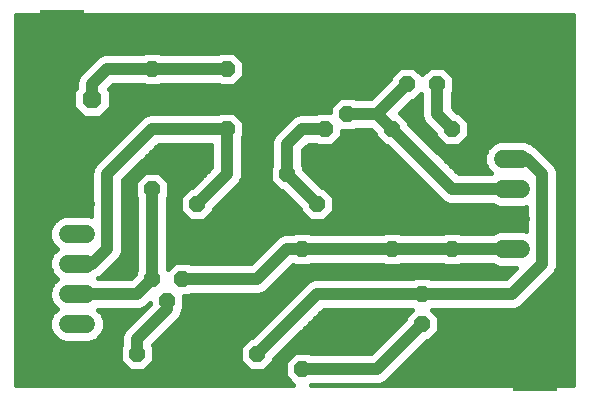
<source format=gbl>
G75*
G70*
%OFA0B0*%
%FSLAX24Y24*%
%IPPOS*%
%LPD*%
%AMOC8*
5,1,8,0,0,1.08239X$1,22.5*
%
%ADD10OC8,0.0520*%
%ADD11OC8,0.0630*%
%ADD12C,0.0630*%
%ADD13C,0.0600*%
%ADD14C,0.0160*%
%ADD15R,0.1502X0.1502*%
%ADD16C,0.0400*%
D10*
X004681Y001681D03*
X005681Y003431D03*
X005181Y004181D03*
X006181Y004181D03*
X006681Y006681D03*
X005181Y007181D03*
X007681Y009181D03*
X009681Y007681D03*
X010681Y006681D03*
X010181Y005181D03*
X013181Y005181D03*
X015181Y005181D03*
X014181Y003681D03*
X014181Y002681D03*
X010181Y001181D03*
X008681Y001681D03*
X011681Y008681D03*
X010931Y009181D03*
X011681Y009681D03*
X013181Y009181D03*
X015181Y009181D03*
X014681Y010681D03*
X013681Y010681D03*
X009681Y011681D03*
X007681Y011181D03*
X005181Y011181D03*
D11*
X003181Y010181D03*
D12*
X003181Y009181D03*
D13*
X002981Y006681D02*
X002381Y006681D01*
X002381Y005681D02*
X002981Y005681D01*
X002981Y004681D02*
X002381Y004681D01*
X002381Y003681D02*
X002981Y003681D01*
X002981Y002681D02*
X002381Y002681D01*
X016881Y005181D02*
X017481Y005181D01*
X017481Y006181D02*
X016881Y006181D01*
X016881Y007181D02*
X017481Y007181D01*
X017481Y008181D02*
X016881Y008181D01*
D14*
X000661Y012981D02*
X000661Y000661D01*
X009881Y000661D01*
X009601Y000941D01*
X009601Y001422D01*
X009941Y001761D01*
X010422Y001761D01*
X010482Y001701D01*
X012466Y001701D01*
X013601Y002837D01*
X013601Y002922D01*
X013841Y003161D01*
X010897Y003161D01*
X009261Y001526D01*
X009261Y001441D01*
X008922Y001101D01*
X008441Y001101D01*
X008101Y001441D01*
X008101Y001922D01*
X008441Y002261D01*
X008526Y002261D01*
X010241Y003976D01*
X010387Y004122D01*
X010578Y004201D01*
X013881Y004201D01*
X013941Y004261D01*
X014422Y004261D01*
X014482Y004201D01*
X016966Y004201D01*
X017326Y004561D01*
X016758Y004561D01*
X016530Y004656D01*
X016525Y004661D01*
X015482Y004661D01*
X015422Y004601D01*
X014941Y004601D01*
X014881Y004661D01*
X013482Y004661D01*
X013422Y004601D01*
X012941Y004601D01*
X012881Y004661D01*
X010482Y004661D01*
X010422Y004601D01*
X009941Y004601D01*
X009889Y004654D01*
X008976Y003741D01*
X008785Y003661D01*
X008578Y003661D01*
X006482Y003661D01*
X006422Y003601D01*
X006261Y003601D01*
X006261Y003191D01*
X006201Y003131D01*
X006201Y003078D01*
X006122Y002887D01*
X005976Y002741D01*
X005209Y001974D01*
X005261Y001922D01*
X005261Y001441D01*
X004922Y001101D01*
X004441Y001101D01*
X004101Y001441D01*
X004101Y001922D01*
X004161Y001982D01*
X004161Y002078D01*
X004161Y002285D01*
X004241Y002476D01*
X005101Y003337D01*
X005101Y003366D01*
X004976Y003241D01*
X004785Y003161D01*
X004578Y003161D01*
X003378Y003161D01*
X003507Y003033D01*
X003601Y002805D01*
X003601Y002558D01*
X003507Y002330D01*
X003333Y002156D01*
X003105Y002061D01*
X002258Y002061D01*
X002030Y002156D01*
X001856Y002330D01*
X001761Y002558D01*
X001761Y002805D01*
X001856Y003033D01*
X002005Y003181D01*
X001856Y003330D01*
X001761Y003558D01*
X001761Y003805D01*
X001856Y004033D01*
X002005Y004181D01*
X001856Y004330D01*
X001761Y004558D01*
X001761Y004805D01*
X001856Y005033D01*
X002005Y005181D01*
X001856Y005330D01*
X001761Y005558D01*
X001761Y005805D01*
X001856Y006033D01*
X002030Y006207D01*
X002258Y006301D01*
X003105Y006301D01*
X003161Y006278D01*
X003161Y007578D01*
X003161Y007785D01*
X003241Y007976D01*
X004887Y009622D01*
X005078Y009701D01*
X005285Y009701D01*
X007381Y009701D01*
X007441Y009761D01*
X007922Y009761D01*
X008261Y009422D01*
X008261Y008941D01*
X008201Y008881D01*
X008201Y007578D01*
X008122Y007387D01*
X007976Y007241D01*
X007261Y006526D01*
X007261Y006441D01*
X006922Y006101D01*
X006441Y006101D01*
X006101Y006441D01*
X006101Y006922D01*
X006441Y007261D01*
X006526Y007261D01*
X007161Y007897D01*
X007161Y008661D01*
X005397Y008661D01*
X004201Y007466D01*
X004201Y005285D01*
X004201Y005078D01*
X004122Y004887D01*
X003622Y004387D01*
X003622Y004387D01*
X003476Y004241D01*
X003381Y004201D01*
X004466Y004201D01*
X004601Y004337D01*
X004601Y004422D01*
X004661Y004482D01*
X004661Y006881D01*
X004601Y006941D01*
X004601Y007422D01*
X004941Y007761D01*
X005422Y007761D01*
X005761Y007422D01*
X005761Y006941D01*
X005701Y006881D01*
X005701Y004522D01*
X005941Y004761D01*
X006422Y004761D01*
X006482Y004701D01*
X008466Y004701D01*
X009241Y005476D01*
X009387Y005622D01*
X009578Y005701D01*
X009881Y005701D01*
X009941Y005761D01*
X010422Y005761D01*
X010482Y005701D01*
X012881Y005701D01*
X012941Y005761D01*
X013422Y005761D01*
X013482Y005701D01*
X014881Y005701D01*
X014941Y005761D01*
X015422Y005761D01*
X015482Y005701D01*
X016525Y005701D01*
X016530Y005707D01*
X016758Y005801D01*
X017605Y005801D01*
X017661Y005778D01*
X017661Y006585D01*
X017605Y006561D01*
X016758Y006561D01*
X016530Y006656D01*
X016525Y006661D01*
X015078Y006661D01*
X014887Y006741D01*
X014741Y006887D01*
X013026Y008601D01*
X012941Y008601D01*
X012601Y008941D01*
X012601Y009026D01*
X012466Y009161D01*
X011982Y009161D01*
X011922Y009101D01*
X011511Y009101D01*
X011511Y008941D01*
X011172Y008601D01*
X010691Y008601D01*
X010631Y008661D01*
X010397Y008661D01*
X010201Y008466D01*
X010201Y007982D01*
X010261Y007922D01*
X010261Y007837D01*
X010837Y007261D01*
X010922Y007261D01*
X011261Y006922D01*
X011261Y006441D01*
X010922Y006101D01*
X010441Y006101D01*
X010101Y006441D01*
X010101Y006526D01*
X009526Y007101D01*
X009441Y007101D01*
X009101Y007441D01*
X009101Y007922D01*
X009161Y007982D01*
X009161Y008578D01*
X009161Y008785D01*
X009241Y008976D01*
X009741Y009476D01*
X009741Y009476D01*
X009887Y009622D01*
X010078Y009701D01*
X010631Y009701D01*
X010691Y009761D01*
X011101Y009761D01*
X011101Y009922D01*
X011441Y010261D01*
X011922Y010261D01*
X011982Y010201D01*
X012466Y010201D01*
X013101Y010837D01*
X013101Y010922D01*
X013441Y011261D01*
X013922Y011261D01*
X014181Y011002D01*
X014441Y011261D01*
X014922Y011261D01*
X015261Y010922D01*
X015261Y010441D01*
X015201Y010381D01*
X015201Y009897D01*
X015337Y009761D01*
X015422Y009761D01*
X015761Y009422D01*
X015761Y008941D01*
X015422Y008601D01*
X014941Y008601D01*
X014601Y008941D01*
X014601Y009026D01*
X014241Y009387D01*
X014161Y009578D01*
X014161Y009785D01*
X014161Y010341D01*
X013922Y010101D01*
X013837Y010101D01*
X013459Y009724D01*
X013761Y009422D01*
X013761Y009337D01*
X015397Y007701D01*
X016485Y007701D01*
X016356Y007830D01*
X016261Y008058D01*
X016261Y008305D01*
X016356Y008533D01*
X016530Y008707D01*
X016758Y008801D01*
X017605Y008801D01*
X017833Y008707D01*
X017876Y008664D01*
X017976Y008622D01*
X018476Y008122D01*
X018622Y007976D01*
X018701Y007785D01*
X018701Y004785D01*
X018701Y004578D01*
X018622Y004387D01*
X017622Y003387D01*
X017476Y003241D01*
X017285Y003161D01*
X014522Y003161D01*
X014761Y002922D01*
X014761Y002441D01*
X014422Y002101D01*
X014337Y002101D01*
X013122Y000887D01*
X012976Y000741D01*
X012785Y000661D01*
X010482Y000661D01*
X010482Y000661D01*
X019201Y000661D01*
X019201Y012981D01*
X000661Y012981D01*
X000661Y012865D02*
X019201Y012865D01*
X019201Y012706D02*
X000661Y012706D01*
X000661Y012548D02*
X019201Y012548D01*
X019201Y012389D02*
X000661Y012389D01*
X000661Y012231D02*
X019201Y012231D01*
X019201Y012072D02*
X000661Y012072D01*
X000661Y011914D02*
X019201Y011914D01*
X019201Y011755D02*
X007928Y011755D01*
X007922Y011761D02*
X007441Y011761D01*
X007381Y011701D01*
X005482Y011701D01*
X005422Y011761D01*
X004941Y011761D01*
X004881Y011701D01*
X003578Y011701D01*
X003387Y011622D01*
X003241Y011476D01*
X002741Y010976D01*
X002661Y010785D01*
X002661Y010578D01*
X002661Y010559D01*
X002546Y010444D01*
X002546Y009918D01*
X002918Y009546D01*
X003444Y009546D01*
X003816Y009918D01*
X003816Y010444D01*
X003748Y010513D01*
X003897Y010661D01*
X004881Y010661D01*
X004941Y010601D01*
X005422Y010601D01*
X005482Y010661D01*
X007381Y010661D01*
X007441Y010601D01*
X007922Y010601D01*
X008261Y010941D01*
X008261Y011422D01*
X007922Y011761D01*
X008086Y011597D02*
X019201Y011597D01*
X019201Y011438D02*
X008245Y011438D01*
X008261Y011279D02*
X019201Y011279D01*
X019201Y011121D02*
X015062Y011121D01*
X015221Y010962D02*
X019201Y010962D01*
X019201Y010804D02*
X015261Y010804D01*
X015261Y010645D02*
X019201Y010645D01*
X019201Y010487D02*
X015261Y010487D01*
X015201Y010328D02*
X019201Y010328D01*
X019201Y010170D02*
X015201Y010170D01*
X015201Y010011D02*
X019201Y010011D01*
X019201Y009853D02*
X015246Y009853D01*
X015489Y009694D02*
X019201Y009694D01*
X019201Y009535D02*
X015648Y009535D01*
X015761Y009377D02*
X019201Y009377D01*
X019201Y009218D02*
X015761Y009218D01*
X015761Y009060D02*
X019201Y009060D01*
X019201Y008901D02*
X015721Y008901D01*
X015563Y008743D02*
X016617Y008743D01*
X016407Y008584D02*
X014514Y008584D01*
X014672Y008426D02*
X016312Y008426D01*
X016261Y008267D02*
X014831Y008267D01*
X014990Y008109D02*
X016261Y008109D01*
X016306Y007950D02*
X015148Y007950D01*
X015307Y007791D02*
X016394Y007791D01*
X017746Y008743D02*
X019201Y008743D01*
X019201Y008584D02*
X018014Y008584D01*
X018172Y008426D02*
X019201Y008426D01*
X019201Y008267D02*
X018331Y008267D01*
X018490Y008109D02*
X019201Y008109D01*
X019201Y007950D02*
X018633Y007950D01*
X018699Y007791D02*
X019201Y007791D01*
X019201Y007633D02*
X018701Y007633D01*
X018701Y007474D02*
X019201Y007474D01*
X019201Y007316D02*
X018701Y007316D01*
X018701Y007157D02*
X019201Y007157D01*
X019201Y006999D02*
X018701Y006999D01*
X018701Y006840D02*
X019201Y006840D01*
X019201Y006682D02*
X018701Y006682D01*
X018701Y006523D02*
X019201Y006523D01*
X019201Y006365D02*
X018701Y006365D01*
X018701Y006206D02*
X019201Y006206D01*
X019201Y006048D02*
X018701Y006048D01*
X018701Y005889D02*
X019201Y005889D01*
X019201Y005730D02*
X018701Y005730D01*
X018701Y005572D02*
X019201Y005572D01*
X019201Y005413D02*
X018701Y005413D01*
X018701Y005255D02*
X019201Y005255D01*
X019201Y005096D02*
X018701Y005096D01*
X018701Y004938D02*
X019201Y004938D01*
X019201Y004779D02*
X018701Y004779D01*
X018701Y004621D02*
X019201Y004621D01*
X019201Y004462D02*
X018653Y004462D01*
X018539Y004304D02*
X019201Y004304D01*
X019201Y004145D02*
X018380Y004145D01*
X018222Y003986D02*
X019201Y003986D01*
X019201Y003828D02*
X018063Y003828D01*
X017905Y003669D02*
X019201Y003669D01*
X019201Y003511D02*
X017746Y003511D01*
X017588Y003352D02*
X019201Y003352D01*
X019201Y003194D02*
X017363Y003194D01*
X017068Y004304D02*
X009539Y004304D01*
X009697Y004462D02*
X017227Y004462D01*
X016615Y004621D02*
X015441Y004621D01*
X014922Y004621D02*
X013441Y004621D01*
X012922Y004621D02*
X010441Y004621D01*
X009922Y004621D02*
X009856Y004621D01*
X009380Y004145D02*
X010442Y004145D01*
X010251Y003986D02*
X009222Y003986D01*
X009063Y003828D02*
X010093Y003828D01*
X009934Y003669D02*
X008804Y003669D01*
X009458Y003194D02*
X006261Y003194D01*
X006261Y003352D02*
X009617Y003352D01*
X009775Y003511D02*
X006261Y003511D01*
X006184Y003035D02*
X009300Y003035D01*
X009141Y002877D02*
X006112Y002877D01*
X005953Y002718D02*
X008983Y002718D01*
X008824Y002560D02*
X005795Y002560D01*
X005636Y002401D02*
X008666Y002401D01*
X008422Y002242D02*
X005478Y002242D01*
X005319Y002084D02*
X008264Y002084D01*
X008105Y001925D02*
X005258Y001925D01*
X005261Y001767D02*
X008101Y001767D01*
X008101Y001608D02*
X005261Y001608D01*
X005261Y001450D02*
X008101Y001450D01*
X008251Y001291D02*
X005111Y001291D01*
X004953Y001133D02*
X008410Y001133D01*
X008953Y001133D02*
X009601Y001133D01*
X009601Y001291D02*
X009111Y001291D01*
X009261Y001450D02*
X009630Y001450D01*
X009788Y001608D02*
X009344Y001608D01*
X009502Y001767D02*
X012531Y001767D01*
X012690Y001925D02*
X009661Y001925D01*
X009819Y002084D02*
X012849Y002084D01*
X013007Y002242D02*
X009978Y002242D01*
X010136Y002401D02*
X013166Y002401D01*
X013324Y002560D02*
X010295Y002560D01*
X010453Y002718D02*
X013483Y002718D01*
X013601Y002877D02*
X010612Y002877D01*
X010771Y003035D02*
X013715Y003035D01*
X014648Y003035D02*
X019201Y003035D01*
X019201Y002877D02*
X014761Y002877D01*
X014761Y002718D02*
X019201Y002718D01*
X019201Y002560D02*
X014761Y002560D01*
X014721Y002401D02*
X019201Y002401D01*
X019201Y002242D02*
X014563Y002242D01*
X014319Y002084D02*
X019201Y002084D01*
X019201Y001925D02*
X014161Y001925D01*
X014002Y001767D02*
X019201Y001767D01*
X019201Y001608D02*
X013844Y001608D01*
X013685Y001450D02*
X019201Y001450D01*
X019201Y001291D02*
X013527Y001291D01*
X013368Y001133D02*
X019201Y001133D01*
X019201Y000974D02*
X013209Y000974D01*
X013051Y000816D02*
X019201Y000816D01*
X016587Y005730D02*
X015453Y005730D01*
X014910Y005730D02*
X013453Y005730D01*
X012910Y005730D02*
X010453Y005730D01*
X010337Y006206D02*
X007026Y006206D01*
X007185Y006365D02*
X010178Y006365D01*
X010101Y006523D02*
X007261Y006523D01*
X007417Y006682D02*
X009946Y006682D01*
X009787Y006840D02*
X007576Y006840D01*
X007734Y006999D02*
X009629Y006999D01*
X009385Y007157D02*
X007893Y007157D01*
X008051Y007316D02*
X009227Y007316D01*
X009101Y007474D02*
X008158Y007474D01*
X008201Y007633D02*
X009101Y007633D01*
X009101Y007791D02*
X008201Y007791D01*
X008201Y007950D02*
X009130Y007950D01*
X009161Y008109D02*
X008201Y008109D01*
X008201Y008267D02*
X009161Y008267D01*
X009161Y008426D02*
X008201Y008426D01*
X008201Y008584D02*
X009161Y008584D01*
X009161Y008743D02*
X008201Y008743D01*
X008221Y008901D02*
X009210Y008901D01*
X009325Y009060D02*
X008261Y009060D01*
X008261Y009218D02*
X009483Y009218D01*
X009642Y009377D02*
X008261Y009377D01*
X008148Y009535D02*
X009800Y009535D01*
X010060Y009694D02*
X007989Y009694D01*
X007965Y010645D02*
X012910Y010645D01*
X012751Y010487D02*
X003774Y010487D01*
X003816Y010328D02*
X012593Y010328D01*
X013069Y010804D02*
X008124Y010804D01*
X008261Y010962D02*
X013142Y010962D01*
X013301Y011121D02*
X008261Y011121D01*
X007397Y010645D02*
X005465Y010645D01*
X004897Y010645D02*
X003881Y010645D01*
X003816Y010170D02*
X011349Y010170D01*
X011191Y010011D02*
X003816Y010011D01*
X003751Y009853D02*
X011101Y009853D01*
X011511Y009060D02*
X012568Y009060D01*
X012641Y008901D02*
X011471Y008901D01*
X011313Y008743D02*
X012800Y008743D01*
X013043Y008584D02*
X010320Y008584D01*
X010201Y008426D02*
X013202Y008426D01*
X013360Y008267D02*
X010201Y008267D01*
X010201Y008109D02*
X013519Y008109D01*
X013677Y007950D02*
X010233Y007950D01*
X010307Y007791D02*
X013836Y007791D01*
X013994Y007633D02*
X010465Y007633D01*
X010624Y007474D02*
X014153Y007474D01*
X014312Y007316D02*
X010782Y007316D01*
X011026Y007157D02*
X014470Y007157D01*
X014629Y006999D02*
X011184Y006999D01*
X011261Y006840D02*
X014787Y006840D01*
X015029Y006682D02*
X011261Y006682D01*
X011261Y006523D02*
X017661Y006523D01*
X017661Y006365D02*
X011185Y006365D01*
X011026Y006206D02*
X017661Y006206D01*
X017661Y006048D02*
X005701Y006048D01*
X005701Y006206D02*
X006337Y006206D01*
X006178Y006365D02*
X005701Y006365D01*
X005701Y006523D02*
X006101Y006523D01*
X006101Y006682D02*
X005701Y006682D01*
X005701Y006840D02*
X006101Y006840D01*
X006179Y006999D02*
X005761Y006999D01*
X005761Y007157D02*
X006337Y007157D01*
X006581Y007316D02*
X005761Y007316D01*
X005709Y007474D02*
X006739Y007474D01*
X006898Y007633D02*
X005550Y007633D01*
X004813Y007633D02*
X004368Y007633D01*
X004527Y007791D02*
X007056Y007791D01*
X007161Y007950D02*
X004685Y007950D01*
X004844Y008109D02*
X007161Y008109D01*
X007161Y008267D02*
X005002Y008267D01*
X005161Y008426D02*
X007161Y008426D01*
X007161Y008584D02*
X005320Y008584D01*
X004483Y009218D02*
X000661Y009218D01*
X000661Y009060D02*
X004324Y009060D01*
X004166Y008901D02*
X000661Y008901D01*
X000661Y008743D02*
X004007Y008743D01*
X003849Y008584D02*
X000661Y008584D01*
X000661Y008426D02*
X003690Y008426D01*
X003532Y008267D02*
X000661Y008267D01*
X000661Y008109D02*
X003373Y008109D01*
X003230Y007950D02*
X000661Y007950D01*
X000661Y007791D02*
X003164Y007791D01*
X003161Y007633D02*
X000661Y007633D01*
X000661Y007474D02*
X003161Y007474D01*
X003161Y007316D02*
X000661Y007316D01*
X000661Y007157D02*
X003161Y007157D01*
X003161Y006999D02*
X000661Y006999D01*
X000661Y006840D02*
X003161Y006840D01*
X003161Y006682D02*
X000661Y006682D01*
X000661Y006523D02*
X003161Y006523D01*
X003161Y006365D02*
X000661Y006365D01*
X000661Y006206D02*
X002029Y006206D01*
X001871Y006048D02*
X000661Y006048D01*
X000661Y005889D02*
X001796Y005889D01*
X001761Y005730D02*
X000661Y005730D01*
X000661Y005572D02*
X001761Y005572D01*
X001821Y005413D02*
X000661Y005413D01*
X000661Y005255D02*
X001931Y005255D01*
X001919Y005096D02*
X000661Y005096D01*
X000661Y004938D02*
X001816Y004938D01*
X001761Y004779D02*
X000661Y004779D01*
X000661Y004621D02*
X001761Y004621D01*
X001801Y004462D02*
X000661Y004462D01*
X000661Y004304D02*
X001882Y004304D01*
X001968Y004145D02*
X000661Y004145D01*
X000661Y003986D02*
X001837Y003986D01*
X001771Y003828D02*
X000661Y003828D01*
X000661Y003669D02*
X001761Y003669D01*
X001781Y003511D02*
X000661Y003511D01*
X000661Y003352D02*
X001847Y003352D01*
X001992Y003194D02*
X000661Y003194D01*
X000661Y003035D02*
X001858Y003035D01*
X001791Y002877D02*
X000661Y002877D01*
X000661Y002718D02*
X001761Y002718D01*
X001761Y002560D02*
X000661Y002560D01*
X000661Y002401D02*
X001826Y002401D01*
X001944Y002242D02*
X000661Y002242D01*
X000661Y002084D02*
X002204Y002084D01*
X003159Y002084D02*
X004161Y002084D01*
X004161Y002242D02*
X003419Y002242D01*
X003536Y002401D02*
X004210Y002401D01*
X004324Y002560D02*
X003601Y002560D01*
X003601Y002718D02*
X004483Y002718D01*
X004641Y002877D02*
X003572Y002877D01*
X003504Y003035D02*
X004800Y003035D01*
X004863Y003194D02*
X004958Y003194D01*
X005088Y003352D02*
X005101Y003352D01*
X004568Y004304D02*
X003539Y004304D01*
X003697Y004462D02*
X004642Y004462D01*
X004661Y004621D02*
X003856Y004621D01*
X004014Y004779D02*
X004661Y004779D01*
X004661Y004938D02*
X004143Y004938D01*
X004201Y005096D02*
X004661Y005096D01*
X004661Y005255D02*
X004201Y005255D01*
X004201Y005413D02*
X004661Y005413D01*
X004661Y005572D02*
X004201Y005572D01*
X004201Y005730D02*
X004661Y005730D01*
X004661Y005889D02*
X004201Y005889D01*
X004201Y006048D02*
X004661Y006048D01*
X004661Y006206D02*
X004201Y006206D01*
X004201Y006365D02*
X004661Y006365D01*
X004661Y006523D02*
X004201Y006523D01*
X004201Y006682D02*
X004661Y006682D01*
X004661Y006840D02*
X004201Y006840D01*
X004201Y006999D02*
X004601Y006999D01*
X004601Y007157D02*
X004201Y007157D01*
X004201Y007316D02*
X004601Y007316D01*
X004654Y007474D02*
X004210Y007474D01*
X005701Y005889D02*
X017661Y005889D01*
X014800Y008743D02*
X014355Y008743D01*
X014197Y008901D02*
X014641Y008901D01*
X014568Y009060D02*
X014038Y009060D01*
X013880Y009218D02*
X014409Y009218D01*
X014251Y009377D02*
X013761Y009377D01*
X013648Y009535D02*
X014179Y009535D01*
X014161Y009694D02*
X013489Y009694D01*
X013588Y009853D02*
X014161Y009853D01*
X014161Y010011D02*
X013746Y010011D01*
X013990Y010170D02*
X014161Y010170D01*
X014148Y010328D02*
X014161Y010328D01*
X014062Y011121D02*
X014301Y011121D01*
X007435Y011755D02*
X005428Y011755D01*
X004935Y011755D02*
X000661Y011755D01*
X000661Y011597D02*
X003361Y011597D01*
X003203Y011438D02*
X000661Y011438D01*
X000661Y011279D02*
X003044Y011279D01*
X002886Y011121D02*
X000661Y011121D01*
X000661Y010962D02*
X002735Y010962D01*
X002669Y010804D02*
X000661Y010804D01*
X000661Y010645D02*
X002661Y010645D01*
X002589Y010487D02*
X000661Y010487D01*
X000661Y010328D02*
X002546Y010328D01*
X002546Y010170D02*
X000661Y010170D01*
X000661Y010011D02*
X002546Y010011D01*
X002612Y009853D02*
X000661Y009853D01*
X000661Y009694D02*
X002771Y009694D01*
X003592Y009694D02*
X005060Y009694D01*
X004800Y009535D02*
X000661Y009535D01*
X000661Y009377D02*
X004642Y009377D01*
X005701Y005730D02*
X009910Y005730D01*
X009337Y005572D02*
X005701Y005572D01*
X005701Y005413D02*
X009178Y005413D01*
X009019Y005255D02*
X005701Y005255D01*
X005701Y005096D02*
X008861Y005096D01*
X008702Y004938D02*
X005701Y004938D01*
X005701Y004779D02*
X008544Y004779D01*
X005800Y004621D02*
X005701Y004621D01*
X004105Y001925D02*
X000661Y001925D01*
X000661Y001767D02*
X004101Y001767D01*
X004101Y001608D02*
X000661Y001608D01*
X000661Y001450D02*
X004101Y001450D01*
X004251Y001291D02*
X000661Y001291D01*
X000661Y001133D02*
X004410Y001133D01*
X000661Y000974D02*
X009601Y000974D01*
X009727Y000816D02*
X000661Y000816D01*
D15*
X002181Y012401D03*
X017931Y001181D03*
D16*
X017181Y003681D02*
X014181Y003681D01*
X010681Y003681D01*
X008681Y001681D01*
X010181Y001181D02*
X012681Y001181D01*
X014181Y002681D01*
X017181Y003681D02*
X018181Y004681D01*
X018181Y007681D01*
X017681Y008181D01*
X017181Y008181D01*
X017181Y007181D02*
X015181Y007181D01*
X013181Y009181D01*
X012681Y009681D01*
X013681Y010681D01*
X014681Y010681D02*
X014681Y009681D01*
X015181Y009181D01*
X012681Y009681D02*
X011681Y009681D01*
X010931Y009181D02*
X010181Y009181D01*
X009681Y008681D01*
X009681Y007681D01*
X010681Y006681D01*
X010181Y005181D02*
X009681Y005181D01*
X008681Y004181D01*
X006181Y004181D01*
X005181Y004181D02*
X004681Y003681D01*
X002681Y003681D01*
X002681Y004681D02*
X003181Y004681D01*
X003681Y005181D01*
X003681Y007681D01*
X005181Y009181D01*
X007681Y009181D01*
X007681Y007681D01*
X006681Y006681D01*
X005181Y007181D02*
X005181Y004181D01*
X005681Y003431D02*
X005681Y003181D01*
X004681Y002181D01*
X004681Y001681D01*
X010181Y005181D02*
X013181Y005181D01*
X017181Y005181D01*
X007681Y011181D02*
X005181Y011181D01*
X003681Y011181D01*
X003181Y010681D01*
X003181Y010181D01*
M02*

</source>
